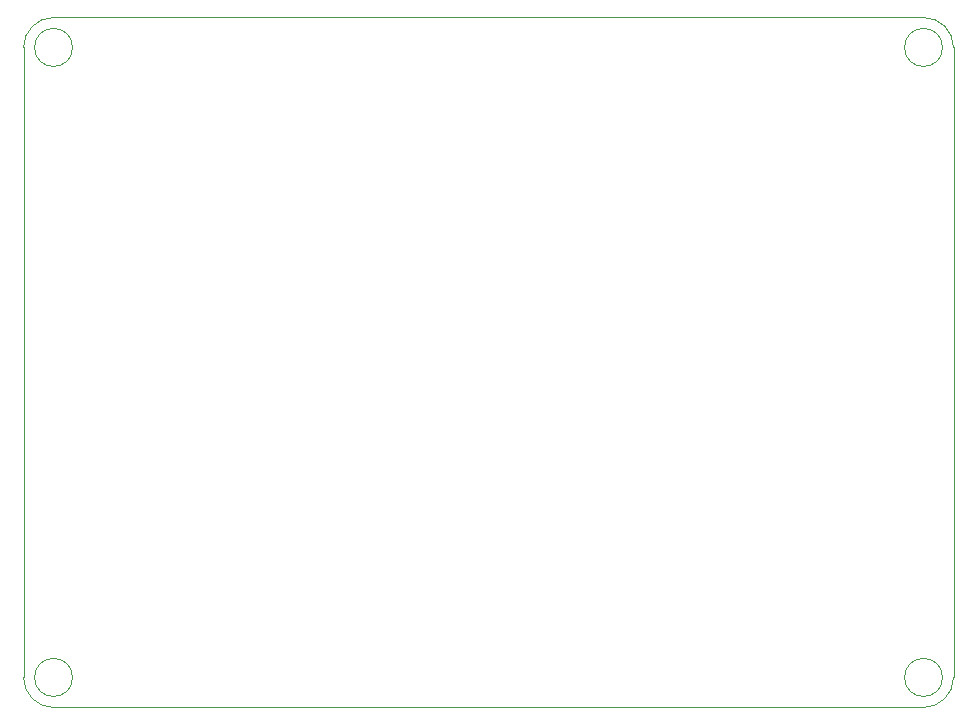
<source format=gbr>
%TF.GenerationSoftware,KiCad,Pcbnew,(5.1.12)-1*%
%TF.CreationDate,2022-08-10T11:31:23+05:30*%
%TF.ProjectId,AGV_SENSOR_PCB_2,4147565f-5345-44e5-934f-525f5043425f,rev?*%
%TF.SameCoordinates,Original*%
%TF.FileFunction,Profile,NP*%
%FSLAX46Y46*%
G04 Gerber Fmt 4.6, Leading zero omitted, Abs format (unit mm)*
G04 Created by KiCad (PCBNEW (5.1.12)-1) date 2022-08-10 11:31:23*
%MOMM*%
%LPD*%
G01*
G04 APERTURE LIST*
%TA.AperFunction,Profile*%
%ADD10C,0.050000*%
%TD*%
G04 APERTURE END LIST*
D10*
X190500000Y-124460000D02*
X190500000Y-71120000D01*
X114300000Y-127000000D02*
X187960000Y-127000000D01*
X111760000Y-71120000D02*
X111760000Y-124460000D01*
X187960000Y-68580000D02*
X114300000Y-68580000D01*
X187960000Y-68580000D02*
G75*
G02*
X190500000Y-71120000I0J-2540000D01*
G01*
X190500000Y-124460000D02*
G75*
G02*
X187960000Y-127000000I-2540000J0D01*
G01*
X114300000Y-127000000D02*
G75*
G02*
X111760000Y-124460000I0J2540000D01*
G01*
X111760000Y-71120000D02*
G75*
G02*
X114300000Y-68580000I2540000J0D01*
G01*
X189566437Y-124460000D02*
G75*
G03*
X189566437Y-124460000I-1606437J0D01*
G01*
X115906437Y-124460000D02*
G75*
G03*
X115906437Y-124460000I-1606437J0D01*
G01*
X115906437Y-71120000D02*
G75*
G03*
X115906437Y-71120000I-1606437J0D01*
G01*
X189566437Y-71120000D02*
G75*
G03*
X189566437Y-71120000I-1606437J0D01*
G01*
M02*

</source>
